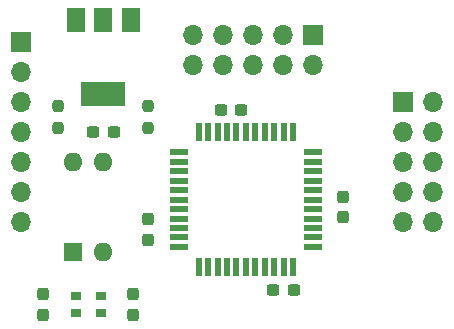
<source format=gbr>
%TF.GenerationSoftware,KiCad,Pcbnew,(6.0.6-0)*%
%TF.CreationDate,2022-12-11T00:29:42+09:00*%
%TF.ProjectId,AD1868I2S,41443138-3638-4493-9253-2e6b69636164,rev?*%
%TF.SameCoordinates,Original*%
%TF.FileFunction,Soldermask,Top*%
%TF.FilePolarity,Negative*%
%FSLAX46Y46*%
G04 Gerber Fmt 4.6, Leading zero omitted, Abs format (unit mm)*
G04 Created by KiCad (PCBNEW (6.0.6-0)) date 2022-12-11 00:29:42*
%MOMM*%
%LPD*%
G01*
G04 APERTURE LIST*
G04 Aperture macros list*
%AMRoundRect*
0 Rectangle with rounded corners*
0 $1 Rounding radius*
0 $2 $3 $4 $5 $6 $7 $8 $9 X,Y pos of 4 corners*
0 Add a 4 corners polygon primitive as box body*
4,1,4,$2,$3,$4,$5,$6,$7,$8,$9,$2,$3,0*
0 Add four circle primitives for the rounded corners*
1,1,$1+$1,$2,$3*
1,1,$1+$1,$4,$5*
1,1,$1+$1,$6,$7*
1,1,$1+$1,$8,$9*
0 Add four rect primitives between the rounded corners*
20,1,$1+$1,$2,$3,$4,$5,0*
20,1,$1+$1,$4,$5,$6,$7,0*
20,1,$1+$1,$6,$7,$8,$9,0*
20,1,$1+$1,$8,$9,$2,$3,0*%
G04 Aperture macros list end*
%ADD10R,1.600000X1.600000*%
%ADD11O,1.600000X1.600000*%
%ADD12RoundRect,0.237500X0.237500X-0.250000X0.237500X0.250000X-0.237500X0.250000X-0.237500X-0.250000X0*%
%ADD13RoundRect,0.237500X-0.237500X0.300000X-0.237500X-0.300000X0.237500X-0.300000X0.237500X0.300000X0*%
%ADD14RoundRect,0.237500X-0.300000X-0.237500X0.300000X-0.237500X0.300000X0.237500X-0.300000X0.237500X0*%
%ADD15R,0.550000X1.500000*%
%ADD16R,1.500000X0.550000*%
%ADD17R,1.700000X1.700000*%
%ADD18O,1.700000X1.700000*%
%ADD19RoundRect,0.237500X0.300000X0.237500X-0.300000X0.237500X-0.300000X-0.237500X0.300000X-0.237500X0*%
%ADD20R,0.900000X0.650000*%
%ADD21R,1.500000X2.000000*%
%ADD22R,3.800000X2.000000*%
%ADD23RoundRect,0.237500X0.237500X-0.300000X0.237500X0.300000X-0.237500X0.300000X-0.237500X-0.300000X0*%
G04 APERTURE END LIST*
D10*
%TO.C,SW1*%
X78100000Y-107272500D03*
D11*
X80640000Y-107272500D03*
X80640000Y-99652500D03*
X78100000Y-99652500D03*
%TD*%
D12*
%TO.C,R2*%
X84455000Y-96797500D03*
X84455000Y-94972500D03*
%TD*%
%TO.C,R1*%
X76835000Y-96797500D03*
X76835000Y-94972500D03*
%TD*%
D13*
%TO.C,C2*%
X84455000Y-104547500D03*
X84455000Y-106272500D03*
%TD*%
D14*
%TO.C,C6*%
X79782500Y-97155000D03*
X81507500Y-97155000D03*
%TD*%
D15*
%TO.C,U1*%
X88710000Y-108570000D03*
X89510000Y-108570000D03*
X90310000Y-108570000D03*
X91110000Y-108570000D03*
X91910000Y-108570000D03*
X92710000Y-108570000D03*
X93510000Y-108570000D03*
X94310000Y-108570000D03*
X95110000Y-108570000D03*
X95910000Y-108570000D03*
X96710000Y-108570000D03*
D16*
X98410000Y-106870000D03*
X98410000Y-106070000D03*
X98410000Y-105270000D03*
X98410000Y-104470000D03*
X98410000Y-103670000D03*
X98410000Y-102870000D03*
X98410000Y-102070000D03*
X98410000Y-101270000D03*
X98410000Y-100470000D03*
X98410000Y-99670000D03*
X98410000Y-98870000D03*
D15*
X96710000Y-97170000D03*
X95910000Y-97170000D03*
X95110000Y-97170000D03*
X94310000Y-97170000D03*
X93510000Y-97170000D03*
X92710000Y-97170000D03*
X91910000Y-97170000D03*
X91110000Y-97170000D03*
X90310000Y-97170000D03*
X89510000Y-97170000D03*
X88710000Y-97170000D03*
D16*
X87010000Y-98870000D03*
X87010000Y-99670000D03*
X87010000Y-100470000D03*
X87010000Y-101270000D03*
X87010000Y-102070000D03*
X87010000Y-102870000D03*
X87010000Y-103670000D03*
X87010000Y-104470000D03*
X87010000Y-105270000D03*
X87010000Y-106070000D03*
X87010000Y-106870000D03*
%TD*%
D17*
%TO.C,J2*%
X98420000Y-88895000D03*
D18*
X98420000Y-91435000D03*
X95880000Y-88895000D03*
X95880000Y-91435000D03*
X93340000Y-88895000D03*
X93340000Y-91435000D03*
X90800000Y-88895000D03*
X90800000Y-91435000D03*
X88260000Y-88895000D03*
X88260000Y-91435000D03*
%TD*%
D19*
%TO.C,C3*%
X92302500Y-95250000D03*
X90577500Y-95250000D03*
%TD*%
D14*
%TO.C,C1*%
X95022500Y-110490000D03*
X96747500Y-110490000D03*
%TD*%
D20*
%TO.C,X1*%
X78325000Y-111035000D03*
X80425000Y-111035000D03*
X78325000Y-112485000D03*
X80425000Y-112485000D03*
%TD*%
D17*
%TO.C,J1*%
X73660000Y-89530000D03*
D18*
X73660000Y-92070000D03*
X73660000Y-94610000D03*
X73660000Y-97150000D03*
X73660000Y-99690000D03*
X73660000Y-102230000D03*
X73660000Y-104770000D03*
%TD*%
D17*
%TO.C,J3*%
X106045000Y-94615000D03*
D18*
X108585000Y-94615000D03*
X106045000Y-97155000D03*
X108585000Y-97155000D03*
X106045000Y-99695000D03*
X108585000Y-99695000D03*
X106045000Y-102235000D03*
X108585000Y-102235000D03*
X106045000Y-104775000D03*
X108585000Y-104775000D03*
%TD*%
D21*
%TO.C,U2*%
X82945000Y-87655000D03*
X80645000Y-87655000D03*
D22*
X80645000Y-93955000D03*
D21*
X78345000Y-87655000D03*
%TD*%
D23*
%TO.C,C7*%
X83185000Y-112622500D03*
X83185000Y-110897500D03*
%TD*%
%TO.C,C5*%
X75565000Y-112622500D03*
X75565000Y-110897500D03*
%TD*%
D13*
%TO.C,C4*%
X100965000Y-102642500D03*
X100965000Y-104367500D03*
%TD*%
M02*

</source>
